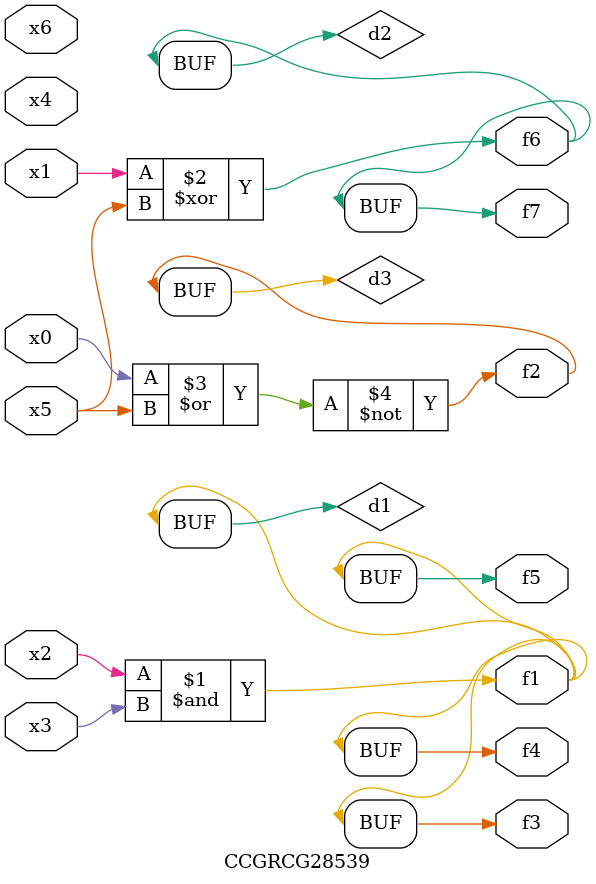
<source format=v>
module CCGRCG28539(
	input x0, x1, x2, x3, x4, x5, x6,
	output f1, f2, f3, f4, f5, f6, f7
);

	wire d1, d2, d3;

	and (d1, x2, x3);
	xor (d2, x1, x5);
	nor (d3, x0, x5);
	assign f1 = d1;
	assign f2 = d3;
	assign f3 = d1;
	assign f4 = d1;
	assign f5 = d1;
	assign f6 = d2;
	assign f7 = d2;
endmodule

</source>
